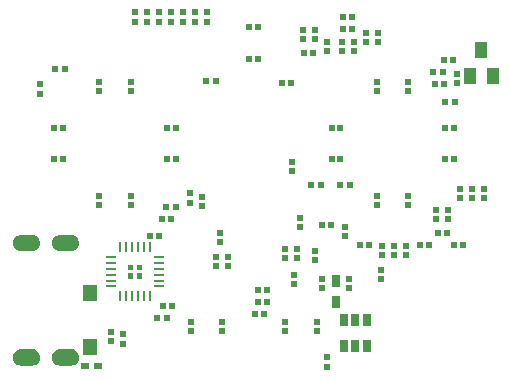
<source format=gbp>
G04 #@! TF.GenerationSoftware,KiCad,Pcbnew,5.1.5+dfsg1-2build2*
G04 #@! TF.CreationDate,2020-11-30T07:47:56+01:00*
G04 #@! TF.ProjectId,FunKey,46756e4b-6579-42e6-9b69-6361645f7063,E*
G04 #@! TF.SameCoordinates,Original*
G04 #@! TF.FileFunction,Paste,Bot*
G04 #@! TF.FilePolarity,Positive*
%FSLAX46Y46*%
G04 Gerber Fmt 4.6, Leading zero omitted, Abs format (unit mm)*
G04 Created by KiCad (PCBNEW 5.1.5+dfsg1-2build2) date 2020-11-30 07:47:56*
%MOMM*%
%LPD*%
G04 APERTURE LIST*
%ADD10C,0.127000*%
%ADD11R,1.000000X1.400000*%
%ADD12R,0.700000X1.000000*%
%ADD13R,1.200000X1.400000*%
%ADD14R,0.240000X0.900000*%
%ADD15R,0.900000X0.240000*%
%ADD16R,0.550000X0.550000*%
%ADD17R,0.700000X0.500000*%
%ADD18R,0.762000X1.016000*%
%ADD19R,0.550000X0.600000*%
%ADD20R,0.600000X0.550000*%
%ADD21R,0.508000X0.508000*%
G04 APERTURE END LIST*
D10*
G36*
X86972000Y-67910000D02*
G01*
X86522000Y-67910000D01*
X86522000Y-67460000D01*
X86972000Y-67460000D01*
X86972000Y-67910000D01*
G37*
G36*
X87722000Y-67910000D02*
G01*
X87272000Y-67910000D01*
X87272000Y-67460000D01*
X87722000Y-67460000D01*
X87722000Y-67910000D01*
G37*
G36*
X87722000Y-67160000D02*
G01*
X87272000Y-67160000D01*
X87272000Y-66710000D01*
X87722000Y-66710000D01*
X87722000Y-67160000D01*
G37*
G36*
X86972000Y-67160000D02*
G01*
X86522000Y-67160000D01*
X86522000Y-66710000D01*
X86972000Y-66710000D01*
X86972000Y-67160000D01*
G37*
G36*
X80800000Y-64173000D02*
G01*
X81700000Y-64173000D01*
X81881173Y-64196852D01*
X82050000Y-64266782D01*
X82194975Y-64378025D01*
X82306218Y-64523000D01*
X82400000Y-64873000D01*
X82376148Y-65054173D01*
X82306218Y-65223000D01*
X82194975Y-65367975D01*
X82050000Y-65479218D01*
X81881173Y-65549148D01*
X81700000Y-65573000D01*
X80800000Y-65573000D01*
X80618827Y-65549148D01*
X80450000Y-65479218D01*
X80305025Y-65367975D01*
X80193782Y-65223000D01*
X80123852Y-65054173D01*
X80100000Y-64873000D01*
X80123852Y-64691827D01*
X80193782Y-64523000D01*
X80305025Y-64378025D01*
X80450000Y-64266782D01*
X80800000Y-64173000D01*
G37*
G36*
X80800000Y-73873000D02*
G01*
X81700000Y-73873000D01*
X81881173Y-73896852D01*
X82050000Y-73966782D01*
X82194975Y-74078025D01*
X82306218Y-74223000D01*
X82400000Y-74573000D01*
X82376148Y-74754173D01*
X82306218Y-74923000D01*
X82194975Y-75067975D01*
X82050000Y-75179218D01*
X81881173Y-75249148D01*
X81700000Y-75273000D01*
X80800000Y-75273000D01*
X80618827Y-75249148D01*
X80450000Y-75179218D01*
X80305025Y-75067975D01*
X80193782Y-74923000D01*
X80123852Y-74754173D01*
X80100000Y-74573000D01*
X80123852Y-74391827D01*
X80193782Y-74223000D01*
X80305025Y-74078025D01*
X80450000Y-73966782D01*
X80800000Y-73873000D01*
G37*
G36*
X77500000Y-64173000D02*
G01*
X78400000Y-64173000D01*
X78399999Y-64173000D01*
X78581172Y-64196852D01*
X78749999Y-64266782D01*
X78894974Y-64378025D01*
X79006217Y-64523000D01*
X79100000Y-64873000D01*
X79100000Y-64872999D01*
X79076148Y-65054173D01*
X79006218Y-65223000D01*
X78894975Y-65367975D01*
X78750000Y-65479218D01*
X78581174Y-65549149D01*
X78400000Y-65573000D01*
X77500000Y-65573000D01*
X77318827Y-65549148D01*
X77150000Y-65479218D01*
X77005025Y-65367975D01*
X76893782Y-65223000D01*
X76823852Y-65054173D01*
X76800000Y-64873000D01*
X76823852Y-64691827D01*
X76893782Y-64523000D01*
X77005025Y-64378025D01*
X77150000Y-64266782D01*
X77500000Y-64173000D01*
G37*
G36*
X77500000Y-73873000D02*
G01*
X78400000Y-73873000D01*
X78399999Y-73873000D01*
X78581172Y-73896852D01*
X78749999Y-73966782D01*
X78894974Y-74078025D01*
X79006217Y-74223000D01*
X79100000Y-74573000D01*
X79100000Y-74572999D01*
X79076148Y-74754173D01*
X79006218Y-74923000D01*
X78894975Y-75067975D01*
X78750000Y-75179218D01*
X78581174Y-75249149D01*
X78400000Y-75273000D01*
X77500000Y-75273000D01*
X77318827Y-75249148D01*
X77150000Y-75179218D01*
X77005025Y-75067975D01*
X76893782Y-74923000D01*
X76823852Y-74754173D01*
X76800000Y-74573000D01*
X76823852Y-74391827D01*
X76893782Y-74223000D01*
X77005025Y-74078025D01*
X77150000Y-73966782D01*
X77500000Y-73873000D01*
G37*
D11*
X117409000Y-50731600D03*
X115509000Y-50731600D03*
X116459000Y-48531600D03*
D12*
X106741000Y-71417500D03*
X105791000Y-71417500D03*
X104841000Y-71417500D03*
X104841000Y-73616500D03*
X105791000Y-73616500D03*
X106741000Y-73616500D03*
D13*
X83312000Y-69074000D03*
X83312000Y-73674000D03*
D14*
X88372000Y-65260000D03*
X87872000Y-65260000D03*
X87372000Y-65260000D03*
X86872000Y-65260000D03*
X86372000Y-65260000D03*
X85872000Y-65260000D03*
D15*
X85072000Y-66060000D03*
X85072000Y-66560000D03*
X85072000Y-67060000D03*
X85072000Y-67560000D03*
X85072000Y-68060000D03*
X85072000Y-68560000D03*
D14*
X85872000Y-69360000D03*
X86372000Y-69360000D03*
X86872000Y-69360000D03*
X87372000Y-69360000D03*
X87872000Y-69360000D03*
X88372000Y-69360000D03*
D15*
X89172000Y-68560000D03*
X89172000Y-68060000D03*
X89172000Y-67560000D03*
X89172000Y-67060000D03*
X89172000Y-66560000D03*
X89172000Y-66060000D03*
D16*
X96825000Y-46625000D03*
X97575000Y-46625000D03*
X96825000Y-49275000D03*
X97575000Y-49275000D03*
X84125000Y-52025000D03*
X84125000Y-51275000D03*
X86775000Y-52025000D03*
X86775000Y-51275000D03*
X90625000Y-57775000D03*
X89875000Y-57775000D03*
X90625000Y-55125000D03*
X89875000Y-55125000D03*
X86775000Y-60875000D03*
X86775000Y-61625000D03*
X84125000Y-60875000D03*
X84125000Y-61625000D03*
X80275000Y-55125000D03*
X81025000Y-55125000D03*
X80275000Y-57775000D03*
X81025000Y-57775000D03*
X110275000Y-51265000D03*
X110275000Y-52015000D03*
X107625000Y-51265000D03*
X107625000Y-52015000D03*
X113375000Y-55125000D03*
X114125000Y-55125000D03*
X113375000Y-57775000D03*
X114125000Y-57775000D03*
X107625000Y-61635000D03*
X107625000Y-60885000D03*
X110275000Y-61635000D03*
X110275000Y-60885000D03*
X104525000Y-57775000D03*
X103775000Y-57775000D03*
X104525000Y-55125000D03*
X103775000Y-55125000D03*
X91875000Y-72325000D03*
X91875000Y-71575000D03*
X94525000Y-72325000D03*
X94525000Y-71575000D03*
X102525000Y-71575000D03*
X102525000Y-72325000D03*
X99875000Y-71575000D03*
X99875000Y-72325000D03*
D17*
X83989000Y-75311000D03*
X82889000Y-75311000D03*
D18*
X104140000Y-69850000D03*
X104140000Y-68072000D03*
D19*
X93174000Y-51181000D03*
X94024000Y-51181000D03*
D20*
X86106000Y-72600000D03*
X86106000Y-73450000D03*
X90170000Y-45295000D03*
X90170000Y-46145000D03*
X92202000Y-45295000D03*
X92202000Y-46145000D03*
X87122000Y-45295000D03*
X87122000Y-46145000D03*
X93218000Y-45295000D03*
X93218000Y-46145000D03*
X89154000Y-45295000D03*
X89154000Y-46145000D03*
X88138000Y-45295000D03*
X88138000Y-46145000D03*
X103378000Y-75355000D03*
X103378000Y-74505000D03*
D19*
X89833000Y-71247000D03*
X88983000Y-71247000D03*
D20*
X79121000Y-51391000D03*
X79121000Y-52241000D03*
D19*
X90595000Y-61849000D03*
X89745000Y-61849000D03*
D20*
X91821000Y-61512000D03*
X91821000Y-60662000D03*
D19*
X80347000Y-50165000D03*
X81197000Y-50165000D03*
X102914000Y-59944000D03*
X102064000Y-59944000D03*
X105327000Y-59944000D03*
X104477000Y-59944000D03*
X114217000Y-52959000D03*
X113367000Y-52959000D03*
X113201000Y-50419000D03*
X112351000Y-50419000D03*
D20*
X91186000Y-45295000D03*
X91186000Y-46145000D03*
D21*
X89535000Y-70231000D03*
X90297000Y-70231000D03*
X100584000Y-68326000D03*
X100584000Y-67564000D03*
X97536000Y-69850000D03*
X98298000Y-69850000D03*
X94996000Y-66040000D03*
X94996000Y-66802000D03*
X97536000Y-68834000D03*
X98298000Y-68834000D03*
X106680000Y-47879000D03*
X106680000Y-47117000D03*
X104775000Y-46736000D03*
X105537000Y-46736000D03*
X100330000Y-51308000D03*
X99568000Y-51308000D03*
X113665000Y-62865000D03*
X113665000Y-62103000D03*
X107950000Y-67183000D03*
X107950000Y-67945000D03*
X104648000Y-48641000D03*
X104648000Y-47879000D03*
X107696000Y-47879000D03*
X107696000Y-47117000D03*
X102362000Y-66294000D03*
X102362000Y-65532000D03*
X112649000Y-62865000D03*
X112649000Y-62103000D03*
X103378000Y-48641000D03*
X103378000Y-47879000D03*
X102235000Y-48768000D03*
X101473000Y-48768000D03*
X100838000Y-65405000D03*
X100838000Y-66167000D03*
X105664000Y-48641000D03*
X105664000Y-47879000D03*
X105283000Y-68707000D03*
X105283000Y-67945000D03*
X102997000Y-63373000D03*
X103759000Y-63373000D03*
X113538000Y-64008000D03*
X112776000Y-64008000D03*
X112014000Y-65024000D03*
X111252000Y-65024000D03*
X109093000Y-65151000D03*
X109093000Y-65913000D03*
X106934000Y-65024000D03*
X106172000Y-65024000D03*
X114173000Y-65024000D03*
X114935000Y-65024000D03*
X92837000Y-60960000D03*
X92837000Y-61722000D03*
X88392000Y-64262000D03*
X89154000Y-64262000D03*
X89408000Y-62865000D03*
X90170000Y-62865000D03*
X93980000Y-66802000D03*
X93980000Y-66040000D03*
X97282000Y-70866000D03*
X98044000Y-70866000D03*
X101092000Y-62738000D03*
X101092000Y-63500000D03*
X94361000Y-64770000D03*
X94361000Y-64008000D03*
X99822000Y-66167000D03*
X99822000Y-65405000D03*
X115697000Y-61087000D03*
X115697000Y-60325000D03*
X114681000Y-61087000D03*
X114681000Y-60325000D03*
X100457000Y-58039000D03*
X100457000Y-58801000D03*
X110109000Y-65913000D03*
X110109000Y-65151000D03*
X102362000Y-47625000D03*
X102362000Y-46863000D03*
X101346000Y-47625000D03*
X101346000Y-46863000D03*
X108077000Y-65913000D03*
X108077000Y-65151000D03*
X102997000Y-67945000D03*
X102997000Y-68707000D03*
X104902000Y-64262000D03*
X104902000Y-63500000D03*
X104775000Y-45720000D03*
X105537000Y-45720000D03*
X85090000Y-72390000D03*
X85090000Y-73152000D03*
X114427000Y-51308000D03*
X114427000Y-50546000D03*
X114046000Y-49403000D03*
X113284000Y-49403000D03*
X116713000Y-61087000D03*
X116713000Y-60325000D03*
X112522000Y-51435000D03*
X113284000Y-51435000D03*
M02*

</source>
